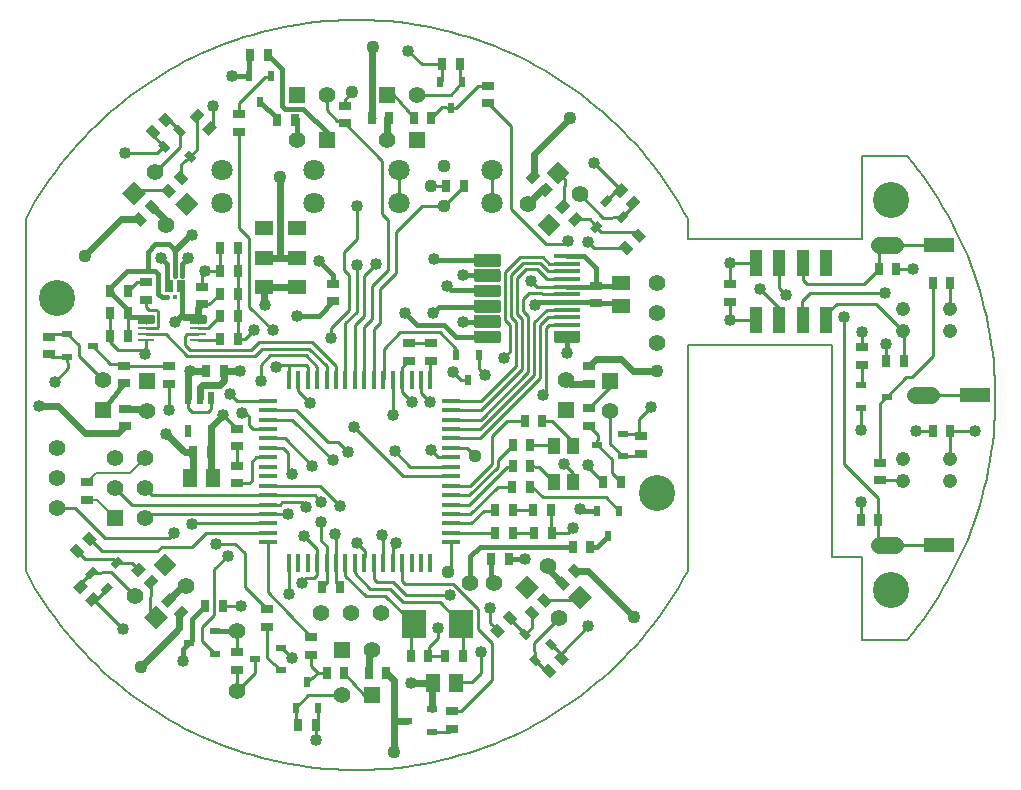
<source format=gtl>
G75*
%MOIN*%
%OFA0B0*%
%FSLAX24Y24*%
%IPPOS*%
%LPD*%
%AMOC8*
5,1,8,0,0,1.08239X$1,22.5*
%
%ADD10C,0.0080*%
%ADD11R,0.0315X0.0394*%
%ADD12R,0.0394X0.0315*%
%ADD13R,0.0555X0.0555*%
%ADD14C,0.0555*%
%ADD15C,0.0440*%
%ADD16R,0.0555X0.0555*%
%ADD17R,0.0453X0.0591*%
%ADD18R,0.0787X0.0945*%
%ADD19C,0.0712*%
%ADD20C,0.1200*%
%ADD21R,0.0236X0.0350*%
%ADD22R,0.0350X0.0236*%
%ADD23R,0.0551X0.0110*%
%ADD24R,0.0165X0.0165*%
%ADD25R,0.0307X0.0394*%
%ADD26R,0.0866X0.0157*%
%ADD27R,0.0433X0.0551*%
%ADD28R,0.0591X0.0160*%
%ADD29R,0.0160X0.0591*%
%ADD30R,0.0394X0.0866*%
%ADD31C,0.0476*%
%ADD32R,0.0236X0.0433*%
%ADD33R,0.0591X0.0453*%
%ADD34C,0.0555*%
%ADD35R,0.1000X0.0500*%
%ADD36R,0.0630X0.0472*%
%ADD37C,0.0160*%
%ADD38C,0.0100*%
%ADD39C,0.0400*%
%ADD40C,0.0240*%
%ADD41C,0.0436*%
D10*
X005768Y008412D02*
X005768Y020148D01*
X009755Y012180D02*
X009255Y011680D01*
X008109Y011680D01*
X007805Y011375D01*
X007805Y010785D02*
X008150Y010785D01*
X008755Y010180D01*
X005768Y008412D02*
X005914Y008145D01*
X006066Y007882D01*
X006225Y007623D01*
X006390Y007368D01*
X006561Y007116D01*
X006739Y006869D01*
X006922Y006627D01*
X007111Y006389D01*
X007305Y006155D01*
X007506Y005927D01*
X007712Y005703D01*
X007923Y005485D01*
X008139Y005271D01*
X008361Y005063D01*
X008588Y004861D01*
X008819Y004664D01*
X009055Y004472D01*
X009296Y004287D01*
X009541Y004107D01*
X009791Y003934D01*
X010044Y003766D01*
X010302Y003605D01*
X010563Y003450D01*
X010829Y003301D01*
X011097Y003159D01*
X011369Y003024D01*
X011645Y002895D01*
X011923Y002773D01*
X012204Y002657D01*
X012488Y002549D01*
X012775Y002448D01*
X013064Y002353D01*
X013355Y002266D01*
X013648Y002185D01*
X013943Y002112D01*
X014240Y002046D01*
X014538Y001987D01*
X014837Y001936D01*
X015138Y001892D01*
X015440Y001855D01*
X015742Y001825D01*
X016046Y001803D01*
X016349Y001788D01*
X016653Y001781D01*
X016957Y001781D01*
X017261Y001788D01*
X017564Y001803D01*
X017868Y001825D01*
X018170Y001855D01*
X018472Y001892D01*
X018773Y001936D01*
X019072Y001987D01*
X019370Y002046D01*
X019667Y002112D01*
X019962Y002185D01*
X020255Y002266D01*
X020546Y002353D01*
X020835Y002448D01*
X021122Y002549D01*
X021406Y002657D01*
X021687Y002773D01*
X021965Y002895D01*
X022241Y003024D01*
X022513Y003159D01*
X022781Y003301D01*
X023047Y003450D01*
X023308Y003605D01*
X023566Y003766D01*
X023819Y003934D01*
X024069Y004107D01*
X024314Y004287D01*
X024555Y004472D01*
X024791Y004664D01*
X025022Y004861D01*
X025249Y005063D01*
X025471Y005271D01*
X025687Y005485D01*
X025898Y005703D01*
X026104Y005927D01*
X026305Y006155D01*
X026499Y006389D01*
X026688Y006627D01*
X026871Y006869D01*
X027049Y007116D01*
X027220Y007368D01*
X027385Y007623D01*
X027544Y007882D01*
X027696Y008145D01*
X027842Y008412D01*
X027841Y008412D02*
X027841Y015953D01*
X032651Y015953D01*
X032651Y008867D01*
X033635Y008867D01*
X033635Y006111D01*
X035144Y006111D01*
X035143Y006111D02*
X035336Y006345D01*
X035523Y006583D01*
X035704Y006825D01*
X035879Y007072D01*
X036048Y007323D01*
X036211Y007578D01*
X036367Y007836D01*
X036518Y008099D01*
X036662Y008365D01*
X036799Y008634D01*
X036930Y008907D01*
X037055Y009183D01*
X037172Y009461D01*
X037283Y009743D01*
X037387Y010027D01*
X037484Y010314D01*
X037574Y010602D01*
X037658Y010893D01*
X037734Y011186D01*
X037803Y011481D01*
X037864Y011777D01*
X037919Y012074D01*
X037966Y012373D01*
X038007Y012673D01*
X038039Y012974D01*
X038065Y013275D01*
X038083Y013577D01*
X038094Y013879D01*
X038098Y014182D01*
X038094Y014485D01*
X038083Y014787D01*
X038065Y015089D01*
X038039Y015390D01*
X038007Y015691D01*
X037966Y015991D01*
X037919Y016290D01*
X037864Y016587D01*
X037803Y016883D01*
X037734Y017178D01*
X037658Y017471D01*
X037574Y017762D01*
X037484Y018050D01*
X037387Y018337D01*
X037283Y018621D01*
X037172Y018903D01*
X037055Y019181D01*
X036930Y019457D01*
X036799Y019730D01*
X036662Y019999D01*
X036518Y020265D01*
X036367Y020528D01*
X036211Y020786D01*
X036048Y021041D01*
X035879Y021292D01*
X035704Y021539D01*
X035523Y021781D01*
X035336Y022019D01*
X035143Y022253D01*
X035144Y022252D02*
X033635Y022252D01*
X033635Y019497D01*
X027841Y019497D01*
X027841Y020148D01*
X027842Y020148D02*
X027696Y020415D01*
X027544Y020678D01*
X027385Y020937D01*
X027220Y021192D01*
X027049Y021444D01*
X026871Y021691D01*
X026688Y021933D01*
X026499Y022171D01*
X026305Y022405D01*
X026104Y022633D01*
X025898Y022857D01*
X025687Y023075D01*
X025471Y023289D01*
X025249Y023497D01*
X025022Y023699D01*
X024791Y023896D01*
X024555Y024088D01*
X024314Y024273D01*
X024069Y024453D01*
X023819Y024626D01*
X023566Y024794D01*
X023308Y024955D01*
X023047Y025110D01*
X022781Y025259D01*
X022513Y025401D01*
X022241Y025536D01*
X021965Y025665D01*
X021687Y025787D01*
X021406Y025903D01*
X021122Y026011D01*
X020835Y026112D01*
X020546Y026207D01*
X020255Y026294D01*
X019962Y026375D01*
X019667Y026448D01*
X019370Y026514D01*
X019072Y026573D01*
X018773Y026624D01*
X018472Y026668D01*
X018170Y026705D01*
X017868Y026735D01*
X017564Y026757D01*
X017261Y026772D01*
X016957Y026779D01*
X016653Y026779D01*
X016349Y026772D01*
X016046Y026757D01*
X015742Y026735D01*
X015440Y026705D01*
X015138Y026668D01*
X014837Y026624D01*
X014538Y026573D01*
X014240Y026514D01*
X013943Y026448D01*
X013648Y026375D01*
X013355Y026294D01*
X013064Y026207D01*
X012775Y026112D01*
X012488Y026011D01*
X012204Y025903D01*
X011923Y025787D01*
X011645Y025665D01*
X011369Y025536D01*
X011097Y025401D01*
X010829Y025259D01*
X010563Y025110D01*
X010302Y024955D01*
X010044Y024794D01*
X009791Y024626D01*
X009541Y024453D01*
X009296Y024273D01*
X009055Y024088D01*
X008819Y023896D01*
X008588Y023699D01*
X008361Y023497D01*
X008139Y023289D01*
X007923Y023075D01*
X007712Y022857D01*
X007506Y022633D01*
X007305Y022405D01*
X007111Y022171D01*
X006922Y021933D01*
X006739Y021691D01*
X006561Y021444D01*
X006390Y021192D01*
X006225Y020937D01*
X006066Y020678D01*
X005914Y020415D01*
X005768Y020148D01*
D11*
X008598Y017749D03*
X009188Y017749D03*
X009188Y016999D03*
X008598Y016999D03*
X008598Y016249D03*
X009188Y016249D03*
X011798Y015067D03*
X012388Y015067D03*
X012248Y016149D03*
X012838Y016149D03*
X012838Y016899D03*
X012248Y016899D03*
X012248Y017649D03*
X012838Y017649D03*
X012838Y018399D03*
X012248Y018399D03*
X012248Y019168D03*
X012838Y019168D03*
X014159Y023455D03*
X014750Y023455D03*
X017309Y023530D03*
X017900Y023530D03*
X018709Y023530D03*
X019300Y023530D03*
X019659Y025305D03*
X020250Y025305D03*
X020375Y021255D03*
X019784Y021255D03*
X013850Y025605D03*
X013259Y025605D03*
X022409Y013430D03*
X023000Y013430D03*
X022600Y012630D03*
X022009Y012630D03*
X022009Y011930D03*
X022600Y011930D03*
X022575Y011230D03*
X021984Y011230D03*
X022004Y010436D03*
X022695Y010442D03*
X023286Y010442D03*
X023311Y009693D03*
X022720Y009693D03*
X022004Y009687D03*
X021414Y009687D03*
X021414Y010436D03*
X021284Y008830D03*
X021875Y008830D03*
X024009Y009230D03*
X024600Y009230D03*
X025011Y011393D03*
X025602Y011393D03*
X020350Y005580D03*
X019759Y005580D03*
X019200Y005580D03*
X018609Y005580D03*
X017800Y005030D03*
X017209Y005030D03*
X016400Y005030D03*
X015809Y005030D03*
X015450Y003280D03*
X014859Y003280D03*
X012351Y007232D03*
X011760Y007232D03*
X015659Y007880D03*
X016250Y007880D03*
X011940Y012365D03*
X011350Y012365D03*
X033609Y010130D03*
X034200Y010130D03*
X036009Y013080D03*
X036600Y013080D03*
X035050Y015430D03*
X034459Y015430D03*
X036009Y018030D03*
X036600Y018030D03*
X034800Y018480D03*
X034209Y018480D03*
D12*
X033655Y015875D03*
X033655Y015285D03*
X034255Y012025D03*
X034255Y011435D03*
X026297Y012323D03*
X026297Y012913D03*
X024543Y013260D03*
X024543Y013850D03*
X024550Y014649D03*
X024550Y015240D03*
X024780Y017335D03*
X024780Y017925D03*
G36*
X025820Y018934D02*
X025542Y019212D01*
X025764Y019434D01*
X026042Y019156D01*
X025820Y018934D01*
G37*
G36*
X026237Y019352D02*
X025959Y019630D01*
X026181Y019852D01*
X026459Y019574D01*
X026237Y019352D01*
G37*
G36*
X026278Y020710D02*
X026000Y020432D01*
X025778Y020654D01*
X026056Y020932D01*
X026278Y020710D01*
G37*
G36*
X025860Y021128D02*
X025582Y020850D01*
X025360Y021072D01*
X025638Y021350D01*
X025860Y021128D01*
G37*
G36*
X023842Y020114D02*
X024120Y020392D01*
X024342Y020170D01*
X024064Y019892D01*
X023842Y020114D01*
G37*
G36*
X023425Y020531D02*
X023703Y020809D01*
X023925Y020587D01*
X023647Y020309D01*
X023425Y020531D01*
G37*
G36*
X023352Y021160D02*
X023074Y020882D01*
X022852Y021104D01*
X023130Y021382D01*
X023352Y021160D01*
G37*
G36*
X022935Y021577D02*
X022657Y021299D01*
X022435Y021521D01*
X022713Y021799D01*
X022935Y021577D01*
G37*
X021191Y023999D03*
X021191Y024590D03*
X016405Y023925D03*
X016405Y023335D03*
X012880Y023060D03*
X012880Y023650D03*
G36*
X012150Y023201D02*
X011872Y022923D01*
X011650Y023145D01*
X011928Y023423D01*
X012150Y023201D01*
G37*
G36*
X011733Y023618D02*
X011455Y023340D01*
X011233Y023562D01*
X011511Y023840D01*
X011733Y023618D01*
G37*
G36*
X010409Y023717D02*
X010687Y023439D01*
X010465Y023217D01*
X010187Y023495D01*
X010409Y023717D01*
G37*
G36*
X009991Y023299D02*
X010269Y023021D01*
X010047Y022799D01*
X009769Y023077D01*
X009991Y023299D01*
G37*
G36*
X010983Y021270D02*
X010705Y021548D01*
X010927Y021770D01*
X011205Y021492D01*
X010983Y021270D01*
G37*
G36*
X010565Y020852D02*
X010287Y021130D01*
X010509Y021352D01*
X010787Y021074D01*
X010565Y020852D01*
G37*
G36*
X009954Y020806D02*
X010232Y020528D01*
X010010Y020306D01*
X009732Y020584D01*
X009954Y020806D01*
G37*
G36*
X009537Y020388D02*
X009815Y020110D01*
X009593Y019888D01*
X009315Y020166D01*
X009537Y020388D01*
G37*
X009793Y018044D03*
X009793Y017453D03*
X011643Y017303D03*
X011643Y017894D03*
X010566Y015246D03*
X010566Y014655D03*
X009050Y014666D03*
X009050Y015256D03*
X009069Y013824D03*
X009069Y013233D03*
X007805Y011375D03*
X007805Y010785D03*
G36*
X007871Y009751D02*
X008149Y009473D01*
X007927Y009251D01*
X007649Y009529D01*
X007871Y009751D01*
G37*
G36*
X007454Y009333D02*
X007732Y009055D01*
X007510Y008833D01*
X007232Y009111D01*
X007454Y009333D01*
G37*
G36*
X007348Y007870D02*
X007626Y008148D01*
X007848Y007926D01*
X007570Y007648D01*
X007348Y007870D01*
G37*
G36*
X007766Y007452D02*
X008044Y007730D01*
X008266Y007508D01*
X007988Y007230D01*
X007766Y007452D01*
G37*
G36*
X009782Y008495D02*
X009504Y008217D01*
X009282Y008439D01*
X009560Y008717D01*
X009782Y008495D01*
G37*
G36*
X010199Y008077D02*
X009921Y007799D01*
X009699Y008021D01*
X009977Y008299D01*
X010199Y008077D01*
G37*
G36*
X010282Y007413D02*
X010560Y007691D01*
X010782Y007469D01*
X010504Y007191D01*
X010282Y007413D01*
G37*
G36*
X010699Y006995D02*
X010977Y007273D01*
X011199Y007051D01*
X010921Y006773D01*
X010699Y006995D01*
G37*
X012805Y005700D03*
X012805Y005110D03*
X013805Y006560D03*
X013805Y007150D03*
X015293Y006217D03*
X015293Y005627D03*
X019980Y003750D03*
X019980Y003160D03*
G36*
X023252Y004838D02*
X022974Y005116D01*
X023196Y005338D01*
X023474Y005060D01*
X023252Y004838D01*
G37*
G36*
X023670Y005256D02*
X023392Y005534D01*
X023614Y005756D01*
X023892Y005478D01*
X023670Y005256D01*
G37*
G36*
X022624Y007270D02*
X022902Y006992D01*
X022680Y006770D01*
X022402Y007048D01*
X022624Y007270D01*
G37*
G36*
X023041Y007688D02*
X023319Y007410D01*
X023097Y007188D01*
X022819Y007466D01*
X023041Y007688D01*
G37*
G36*
X023684Y007757D02*
X023406Y008035D01*
X023628Y008257D01*
X023906Y007979D01*
X023684Y007757D01*
G37*
G36*
X024101Y008174D02*
X023823Y008452D01*
X024045Y008674D01*
X024323Y008396D01*
X024101Y008174D01*
G37*
G36*
X021949Y006602D02*
X021671Y006880D01*
X021893Y007102D01*
X022171Y006824D01*
X021949Y006602D01*
G37*
G36*
X021531Y006184D02*
X021253Y006462D01*
X021475Y006684D01*
X021753Y006406D01*
X021531Y006184D01*
G37*
X012810Y011339D03*
X012810Y011930D03*
X012810Y012564D03*
X012810Y013155D03*
X016024Y017398D03*
X016024Y017988D03*
X018542Y016015D03*
X018542Y015424D03*
X019299Y015414D03*
X019299Y016005D03*
X029255Y017385D03*
X029255Y017975D03*
X006550Y016225D03*
X006550Y015635D03*
D13*
X008352Y013770D03*
X009801Y014740D03*
X008755Y010180D03*
X016305Y005780D03*
X017305Y004280D03*
X023792Y013776D03*
X025241Y014747D03*
X018805Y022780D03*
X017805Y024280D03*
X015805Y022780D03*
X014805Y024280D03*
D14*
X015805Y024280D03*
X014805Y022780D03*
X017805Y022780D03*
X018805Y024280D03*
X022512Y020662D03*
X024237Y020987D03*
X026805Y018030D03*
X026805Y017030D03*
X026805Y016030D03*
X025241Y013747D03*
X023792Y014776D03*
X023190Y008594D03*
X021373Y008011D03*
X020586Y008011D03*
X017605Y007030D03*
X016605Y007030D03*
X015605Y007030D03*
X017305Y005780D03*
X016305Y004280D03*
X012805Y004405D03*
X012805Y006405D03*
X011115Y007919D03*
X009404Y007581D03*
X009755Y010180D03*
X009755Y011180D03*
X008755Y011180D03*
X008755Y012180D03*
X009755Y012180D03*
X009801Y013740D03*
X008352Y014770D03*
X006805Y012530D03*
X006805Y011530D03*
X006805Y010530D03*
X010435Y019938D03*
X010086Y021710D03*
X023551Y006834D03*
D15*
X019840Y008392D03*
X020765Y012248D03*
X019730Y020588D03*
X019730Y021925D03*
D16*
G36*
X023219Y020346D02*
X023610Y019955D01*
X023219Y019564D01*
X022828Y019955D01*
X023219Y020346D01*
G37*
G36*
X023530Y021303D02*
X023139Y021694D01*
X023530Y022085D01*
X023921Y021694D01*
X023530Y021303D01*
G37*
G36*
X010751Y020645D02*
X011142Y021036D01*
X011533Y020645D01*
X011142Y020254D01*
X010751Y020645D01*
G37*
G36*
X009770Y021003D02*
X009379Y020612D01*
X008988Y021003D01*
X009379Y021394D01*
X009770Y021003D01*
G37*
G36*
X010408Y008235D02*
X010017Y008626D01*
X010408Y009017D01*
X010799Y008626D01*
X010408Y008235D01*
G37*
G36*
X010112Y007265D02*
X010503Y006874D01*
X010112Y006483D01*
X009721Y006874D01*
X010112Y007265D01*
G37*
G36*
X022874Y007887D02*
X022483Y007496D01*
X022092Y007887D01*
X022483Y008278D01*
X022874Y007887D01*
G37*
G36*
X023867Y007541D02*
X024258Y007932D01*
X024649Y007541D01*
X024258Y007150D01*
X023867Y007541D01*
G37*
D17*
X020123Y004680D03*
X019336Y004680D03*
X012023Y011505D03*
X011236Y011505D03*
D18*
X018717Y006655D03*
X020292Y006655D03*
D19*
X021305Y020680D03*
X021305Y021780D03*
X018221Y021780D03*
X018221Y020680D03*
X015388Y020680D03*
X015388Y021780D03*
X012305Y021780D03*
X012305Y020680D03*
D20*
X006805Y017530D03*
X026805Y011030D03*
X034620Y007784D03*
X034620Y020776D03*
D21*
X025554Y010430D03*
X024806Y010430D03*
X025180Y009580D03*
X020505Y014780D03*
X020879Y015630D03*
X020131Y015630D03*
X019955Y023855D03*
X020329Y024705D03*
X019581Y024705D03*
X013954Y024905D03*
X013206Y024905D03*
X013580Y024055D03*
X015155Y004705D03*
X015529Y003855D03*
X014781Y003855D03*
D22*
X014280Y005106D03*
X014280Y005854D03*
X013430Y005480D03*
X012080Y005656D03*
X012080Y006404D03*
X011230Y006030D03*
G36*
X008283Y007790D02*
X008530Y008037D01*
X008697Y007870D01*
X008450Y007623D01*
X008283Y007790D01*
G37*
G36*
X007754Y008319D02*
X008001Y008566D01*
X008168Y008399D01*
X007921Y008152D01*
X007754Y008319D01*
G37*
G36*
X008619Y008655D02*
X008866Y008902D01*
X009033Y008735D01*
X008786Y008488D01*
X008619Y008655D01*
G37*
X007159Y015550D03*
X008009Y015924D03*
X007159Y016298D03*
G36*
X011202Y022435D02*
X011449Y022188D01*
X011282Y022021D01*
X011035Y022268D01*
X011202Y022435D01*
G37*
G36*
X010865Y023300D02*
X011112Y023053D01*
X010945Y022886D01*
X010698Y023133D01*
X010865Y023300D01*
G37*
G36*
X010336Y022771D02*
X010583Y022524D01*
X010416Y022357D01*
X010169Y022604D01*
X010336Y022771D01*
G37*
G36*
X025003Y019916D02*
X024756Y019669D01*
X024589Y019836D01*
X024836Y020083D01*
X025003Y019916D01*
G37*
G36*
X025869Y020253D02*
X025622Y020006D01*
X025455Y020173D01*
X025702Y020420D01*
X025869Y020253D01*
G37*
G36*
X025340Y020781D02*
X025093Y020534D01*
X024926Y020701D01*
X025173Y020948D01*
X025340Y020781D01*
G37*
X033630Y014604D03*
X033630Y013856D03*
X034480Y014230D03*
X025674Y012993D03*
X024824Y012619D03*
X025674Y012245D03*
G36*
X022455Y006101D02*
X022208Y006348D01*
X022375Y006515D01*
X022622Y006268D01*
X022455Y006101D01*
G37*
G36*
X022792Y005235D02*
X022545Y005482D01*
X022712Y005649D01*
X022959Y005402D01*
X022792Y005235D01*
G37*
G36*
X023321Y005764D02*
X023074Y006011D01*
X023241Y006178D01*
X023488Y005931D01*
X023321Y005764D01*
G37*
X019330Y003804D03*
X019330Y003056D03*
X018480Y003430D03*
D23*
X011509Y016105D03*
X011509Y016302D03*
X011509Y016499D03*
X011509Y016695D03*
X011509Y016892D03*
X009777Y016892D03*
X009777Y016695D03*
X009777Y016499D03*
X009777Y016302D03*
X009777Y016105D03*
D24*
X010487Y017538D03*
X010743Y017538D03*
X010999Y017538D03*
X010999Y018259D03*
X010743Y018259D03*
X010487Y018259D03*
D25*
X010546Y017899D03*
X010940Y017899D03*
D26*
X021150Y017889D03*
X021150Y018145D03*
X021150Y018401D03*
X021150Y018657D03*
X021150Y018912D03*
X021150Y017633D03*
X021150Y017377D03*
X021150Y017121D03*
X021150Y016865D03*
X021150Y016609D03*
X021150Y016353D03*
X021150Y016098D03*
X023810Y016098D03*
X023810Y016353D03*
X023810Y016609D03*
X023810Y016865D03*
X023810Y017121D03*
X023810Y017377D03*
X023810Y017633D03*
X023810Y017889D03*
X023810Y018145D03*
X023810Y018401D03*
X023810Y018657D03*
X023810Y018912D03*
D27*
X024020Y012571D03*
X023390Y012571D03*
X023390Y011389D03*
X024020Y011389D03*
D28*
X019956Y011258D03*
X019956Y011573D03*
X019956Y011887D03*
X019956Y012202D03*
X019956Y012517D03*
X019956Y012832D03*
X019956Y013147D03*
X019956Y013462D03*
X019956Y013777D03*
X019956Y014092D03*
X019956Y010943D03*
X019956Y010628D03*
X019956Y010313D03*
X019956Y009998D03*
X019956Y009683D03*
X019956Y009368D03*
X013853Y009368D03*
X013853Y009683D03*
X013853Y009998D03*
X013853Y010313D03*
X013853Y010628D03*
X013853Y010943D03*
X013853Y011258D03*
X013853Y011573D03*
X013853Y011887D03*
X013853Y012202D03*
X013853Y012517D03*
X013853Y012832D03*
X013853Y013147D03*
X013853Y013462D03*
X013853Y013777D03*
X013853Y014092D03*
D29*
X014542Y014781D03*
X014857Y014781D03*
X015172Y014781D03*
X015487Y014781D03*
X015802Y014781D03*
X016117Y014781D03*
X016432Y014781D03*
X016747Y014781D03*
X017062Y014781D03*
X017377Y014781D03*
X017692Y014781D03*
X018007Y014781D03*
X018322Y014781D03*
X018637Y014781D03*
X018952Y014781D03*
X019267Y014781D03*
X019267Y008679D03*
X018952Y008679D03*
X018637Y008679D03*
X018322Y008679D03*
X018007Y008679D03*
X017692Y008679D03*
X017377Y008679D03*
X017062Y008679D03*
X016747Y008679D03*
X016432Y008679D03*
X016117Y008679D03*
X015802Y008679D03*
X015487Y008679D03*
X015172Y008679D03*
X014857Y008679D03*
X014542Y008679D03*
D30*
X030102Y016783D03*
X030889Y016783D03*
X031676Y016783D03*
X032464Y016783D03*
X032464Y018673D03*
X031676Y018673D03*
X030889Y018673D03*
X030102Y018673D03*
D31*
X035017Y017134D03*
X035017Y016426D03*
X036592Y016426D03*
X036592Y017134D03*
X036592Y012134D03*
X036592Y011426D03*
X035017Y011426D03*
X035017Y012134D03*
D32*
X011945Y013095D03*
X011197Y013095D03*
X011197Y014197D03*
X011571Y014197D03*
X011945Y014197D03*
D33*
X025630Y017236D03*
X025630Y018024D03*
D34*
X034205Y019280D02*
X034760Y019280D01*
X035405Y014280D02*
X035960Y014280D01*
X034760Y009280D02*
X034205Y009280D01*
D35*
X036205Y009280D03*
X037405Y014280D03*
X036205Y019280D03*
D36*
X014806Y018855D03*
X014806Y017871D03*
X013703Y017871D03*
X013703Y018855D03*
X013703Y019839D03*
X014806Y019839D03*
D37*
X015555Y018755D02*
X016024Y018286D01*
X016024Y017988D01*
X016024Y017398D02*
X015556Y016930D01*
X014830Y016930D01*
X018405Y017030D02*
X018805Y016630D01*
X019705Y016630D01*
X020105Y016230D01*
X020805Y016230D01*
X020928Y016353D01*
X021150Y016353D01*
X021014Y016730D02*
X020355Y016730D01*
X020755Y017230D02*
X019555Y017230D01*
X019355Y017030D01*
X019955Y017780D02*
X020855Y017780D01*
X020963Y017889D01*
X021150Y017889D01*
X021150Y018145D02*
X021014Y018280D01*
X020355Y018280D01*
X019955Y017780D02*
X019805Y017930D01*
X020755Y017230D02*
X020863Y017121D01*
X021150Y017121D01*
X021150Y016865D02*
X021014Y016730D01*
X022755Y017280D02*
X022852Y017377D01*
X023810Y017377D01*
X024737Y017377D01*
X024780Y017335D01*
X025531Y017335D01*
X025630Y017236D01*
X025531Y017925D02*
X024780Y017925D01*
X024780Y018505D01*
X024372Y018912D01*
X023810Y018912D01*
X023810Y017889D02*
X024743Y017889D01*
X024780Y017925D01*
X025531Y017925D02*
X025630Y018024D01*
X023810Y016353D02*
X023805Y016349D01*
X023805Y015680D01*
X020905Y018780D02*
X021037Y018912D01*
X021150Y018912D01*
X020905Y018780D02*
X019430Y018780D01*
X019380Y018830D01*
X015805Y022780D02*
X015805Y023055D01*
X015030Y023830D01*
X014405Y023830D01*
X014305Y023930D01*
X014305Y025150D01*
X013850Y025605D01*
X013259Y025605D02*
X013206Y025376D01*
X013206Y024905D01*
X013181Y024930D02*
X012655Y024930D01*
X013580Y024055D02*
X014159Y023507D01*
X014750Y023455D02*
X014805Y023477D01*
X014805Y022780D01*
X010743Y019099D02*
X010543Y019299D01*
X010093Y019299D01*
X009843Y019049D01*
X009843Y018399D01*
X010093Y018399D01*
X010193Y018299D01*
X010193Y017649D01*
X010303Y017538D01*
X010487Y017538D01*
X010999Y017538D02*
X010999Y017839D01*
X010940Y017899D01*
X010999Y018259D02*
X010999Y018657D01*
X011192Y018850D01*
X010743Y019099D02*
X010743Y018259D01*
X010487Y018259D02*
X010487Y018654D01*
X010293Y018849D01*
X009843Y018399D02*
X009143Y018399D01*
X008596Y017852D01*
X008598Y017749D01*
X008643Y017695D02*
X008643Y017649D01*
X009090Y017202D01*
X009188Y016999D01*
X009196Y016892D01*
X009777Y016892D01*
X010999Y016954D02*
X010999Y017538D01*
X010487Y018008D02*
X010487Y018259D01*
X009050Y014666D02*
X008352Y013770D01*
X011760Y007232D02*
X011330Y006801D01*
X011330Y006130D01*
X011230Y006030D01*
X011005Y005805D01*
X011005Y005430D01*
X012080Y006404D02*
X012804Y006404D01*
X012805Y006405D01*
X020586Y008011D02*
X020586Y008911D01*
X020905Y009230D01*
X024009Y009230D01*
X024600Y009230D02*
X024830Y009230D01*
X025180Y009580D01*
X024806Y010430D02*
X024305Y010430D01*
X024255Y010480D01*
X022405Y008830D02*
X021875Y008830D01*
X021284Y008830D02*
X021284Y008100D01*
X021373Y008011D01*
D38*
X009030Y006480D02*
X008029Y007480D01*
X008016Y007480D01*
X008029Y007480D02*
X008140Y007480D01*
X008490Y007830D01*
X008604Y008381D02*
X007961Y008359D01*
X007598Y007996D01*
X007598Y007898D01*
X007735Y008830D02*
X008692Y008830D01*
X008826Y008695D01*
X009325Y008673D01*
X009532Y008467D01*
X009949Y008049D02*
X009906Y007060D01*
X010112Y006874D01*
X010879Y006907D02*
X010949Y007023D01*
X011655Y006555D02*
X012055Y006955D01*
X012055Y008480D01*
X012505Y008930D01*
X012755Y009330D02*
X012105Y009330D01*
X011782Y009683D02*
X011330Y009230D01*
X010305Y009230D01*
X010155Y009080D01*
X008320Y009080D01*
X007899Y009501D01*
X008405Y009530D02*
X010555Y009530D01*
X010705Y009680D01*
X011330Y009980D02*
X011397Y009998D01*
X013853Y009998D01*
X013853Y009683D02*
X011782Y009683D01*
X012755Y009330D02*
X013080Y009005D01*
X013080Y007875D01*
X013805Y007150D01*
X013853Y007707D02*
X013853Y009368D01*
X014542Y008679D02*
X014542Y007692D01*
X014555Y007655D01*
X014980Y008030D02*
X015130Y008180D01*
X015380Y008180D01*
X015487Y008288D01*
X015487Y008679D01*
X015487Y009147D01*
X015055Y009580D01*
X015605Y009430D02*
X015802Y009232D01*
X015802Y008679D01*
X015802Y008023D01*
X015659Y007880D01*
X016117Y008013D02*
X016250Y007880D01*
X016117Y008013D02*
X016117Y008679D01*
X016117Y009592D01*
X016080Y009655D01*
X015605Y009430D02*
X015605Y010055D01*
X015130Y010555D02*
X014980Y010705D01*
X014330Y010705D01*
X014252Y010628D01*
X013853Y010628D01*
X009307Y010628D01*
X008755Y011180D01*
X009755Y011180D02*
X009992Y010943D01*
X013853Y010943D01*
X015417Y010943D01*
X015630Y010730D01*
X015577Y011258D02*
X016255Y010580D01*
X015577Y011258D02*
X013853Y011258D01*
X013305Y011430D02*
X013214Y011339D01*
X012810Y011339D01*
X013305Y011430D02*
X013305Y012055D01*
X013452Y012202D01*
X013853Y012202D01*
X013853Y012517D02*
X014367Y012517D01*
X014530Y012355D01*
X014530Y011780D01*
X014655Y011655D01*
X015305Y011930D02*
X014402Y012832D01*
X013853Y012832D01*
X013853Y013147D02*
X013347Y013147D01*
X013230Y013265D01*
X013230Y013555D01*
X013105Y013680D01*
X012980Y013680D01*
X012817Y014092D02*
X012580Y014330D01*
X012817Y014092D02*
X013853Y014092D01*
X013853Y013777D02*
X014782Y013777D01*
X015855Y012705D01*
X016180Y012705D01*
X016505Y012380D01*
X016005Y012105D02*
X014647Y013462D01*
X013853Y013462D01*
X012810Y013155D02*
X012355Y013610D01*
X012355Y013630D01*
X011955Y013830D02*
X011955Y014187D01*
X011945Y014197D01*
X011197Y014197D02*
X011197Y013838D01*
X011305Y013730D01*
X011855Y013730D01*
X011955Y013830D01*
X010566Y013792D02*
X010566Y014655D01*
X010566Y015246D02*
X009149Y015246D01*
X009073Y015321D01*
X008573Y015328D01*
X008009Y015924D01*
X007555Y015934D02*
X007159Y016298D01*
X006623Y016298D01*
X006550Y016225D01*
X006550Y015635D02*
X006635Y015550D01*
X007159Y015550D01*
X007191Y015166D01*
X006755Y014730D01*
X007555Y015567D02*
X007555Y015934D01*
X007555Y015567D02*
X008352Y014770D01*
X009054Y015251D02*
X009050Y015256D01*
X009054Y015251D02*
X009073Y015321D01*
X008862Y015780D02*
X009612Y015780D01*
X009743Y015649D01*
X009777Y015682D01*
X009777Y016105D01*
X009777Y016302D02*
X010440Y016302D01*
X011162Y015580D01*
X013405Y015580D01*
X013655Y015830D01*
X015205Y015830D01*
X015802Y015232D01*
X015802Y014781D01*
X015487Y014781D02*
X015487Y015222D01*
X015105Y015605D01*
X013930Y015605D01*
X013605Y015280D01*
X013605Y014755D01*
X014130Y015205D02*
X014205Y015280D01*
X014530Y015280D01*
X014542Y015267D01*
X014542Y014781D01*
X014857Y014781D02*
X014857Y014427D01*
X015255Y014030D01*
X015172Y014781D02*
X015172Y015212D01*
X015105Y015280D01*
X014530Y015280D01*
X015305Y016055D02*
X013555Y016055D01*
X013280Y015780D01*
X011262Y015780D01*
X011093Y015949D01*
X011093Y016249D01*
X011146Y016302D01*
X011509Y016302D01*
X011509Y016499D02*
X011846Y016499D01*
X012248Y016899D01*
X011743Y016924D02*
X011743Y016699D01*
X011268Y016699D01*
X011268Y016924D01*
X011743Y016924D01*
X011743Y016851D02*
X011268Y016851D01*
X011268Y016752D02*
X011743Y016752D01*
X011509Y016695D02*
X011509Y016892D01*
X011643Y017303D02*
X011888Y017299D01*
X012248Y017649D01*
X011743Y017824D02*
X011643Y017894D01*
X011643Y018299D01*
X011743Y018399D01*
X012248Y018399D01*
X012248Y019168D01*
X012838Y019168D02*
X012838Y018399D01*
X012838Y017649D01*
X012838Y016899D01*
X012838Y016149D01*
X013073Y016149D01*
X013380Y016455D01*
X014005Y016455D02*
X013230Y017230D01*
X013230Y019505D01*
X012880Y019855D01*
X012880Y023060D01*
X012880Y023650D02*
X012884Y024010D01*
X013748Y024874D01*
X013954Y024905D01*
X013206Y024905D02*
X013181Y024930D01*
X012030Y023905D02*
X012030Y023302D01*
X011900Y023173D01*
X011483Y023590D02*
X011483Y022469D01*
X011242Y022228D01*
X010955Y021985D01*
X010955Y021520D01*
X010537Y021102D02*
X009478Y021102D01*
X009379Y021003D01*
X010086Y021710D02*
X010927Y022551D01*
X010905Y023093D01*
X010532Y023467D01*
X010437Y023467D01*
X010019Y023049D02*
X010019Y022921D01*
X010376Y022564D01*
X010167Y022355D01*
X009080Y022355D01*
X014159Y023455D02*
X014159Y023507D01*
X015805Y023780D02*
X016155Y023430D01*
X016401Y023430D01*
X016405Y023335D01*
X017655Y022085D01*
X017655Y020305D01*
X017855Y020105D01*
X017855Y018455D01*
X017305Y017905D01*
X017305Y016805D01*
X017062Y016562D01*
X017062Y014781D01*
X016747Y014781D02*
X016747Y016623D01*
X017055Y016930D01*
X017055Y018255D01*
X017455Y018655D01*
X016805Y018630D02*
X016805Y017055D01*
X016432Y016683D01*
X016432Y014781D01*
X016117Y014781D02*
X016117Y015242D01*
X015305Y016055D01*
X015955Y016180D02*
X015955Y016505D01*
X016555Y017105D01*
X016555Y018280D01*
X016380Y018455D01*
X016380Y019055D01*
X016805Y019480D01*
X016805Y020580D01*
X018221Y020680D02*
X018221Y021780D01*
X019280Y021255D02*
X019784Y021255D01*
X020276Y021135D02*
X019730Y020588D01*
X019722Y020580D01*
X018980Y020580D01*
X018130Y019730D01*
X018130Y018355D01*
X017580Y017805D01*
X017580Y016680D01*
X017377Y016477D01*
X017377Y014781D01*
X017692Y014781D02*
X017692Y014792D01*
X017705Y014805D01*
X017705Y015830D01*
X018255Y016380D01*
X019580Y016380D01*
X020131Y015829D01*
X020131Y015630D01*
X020765Y016070D02*
X020765Y016385D01*
X021540Y016382D01*
X021540Y016070D01*
X020765Y016070D01*
X020765Y016161D02*
X021540Y016161D01*
X021540Y016260D02*
X020765Y016260D01*
X020765Y016358D02*
X021540Y016358D01*
X021540Y016580D02*
X021540Y016892D01*
X020765Y016895D01*
X020765Y016580D01*
X021540Y016580D01*
X021540Y016654D02*
X020765Y016654D01*
X020765Y016752D02*
X021540Y016752D01*
X021540Y016851D02*
X020765Y016851D01*
X020765Y017090D02*
X020765Y017405D01*
X021540Y017402D01*
X021540Y017090D01*
X020765Y017090D01*
X020765Y017146D02*
X021540Y017146D01*
X021540Y017245D02*
X020765Y017245D01*
X020765Y017343D02*
X021540Y017343D01*
X021540Y017605D02*
X021540Y017917D01*
X020765Y017920D01*
X020765Y017605D01*
X021540Y017605D01*
X021540Y017639D02*
X020765Y017639D01*
X020765Y017737D02*
X021540Y017737D01*
X021540Y017836D02*
X020765Y017836D01*
X020765Y018115D02*
X020765Y018430D01*
X021540Y018427D01*
X020765Y018427D01*
X020765Y018328D02*
X021540Y018328D01*
X021540Y018230D02*
X020765Y018230D01*
X020765Y018131D02*
X021540Y018131D01*
X021540Y018115D02*
X021540Y018427D01*
X021540Y018630D02*
X021540Y018942D01*
X020765Y018945D01*
X020765Y018630D01*
X021540Y018630D01*
X021540Y018722D02*
X020765Y018722D01*
X020765Y018821D02*
X021540Y018821D01*
X021540Y018919D02*
X020765Y018919D01*
X020765Y018115D02*
X021540Y018115D01*
X021755Y018380D02*
X022255Y018880D01*
X023005Y018880D01*
X023228Y018657D01*
X023810Y018657D01*
X023810Y018401D02*
X023184Y018401D01*
X022905Y018680D01*
X022355Y018680D01*
X021955Y018280D01*
X021955Y016880D01*
X022130Y016705D01*
X022130Y015255D01*
X020967Y014092D01*
X019956Y014092D01*
X019956Y013777D02*
X020952Y013777D01*
X022330Y015155D01*
X022330Y016805D01*
X022155Y016980D01*
X022155Y018180D01*
X022455Y018480D01*
X022805Y018480D01*
X023140Y018145D01*
X023810Y018145D01*
X023810Y017889D02*
X022813Y017889D01*
X022605Y018080D01*
X022555Y017680D02*
X022355Y017480D01*
X022355Y017080D01*
X022530Y016905D01*
X022530Y015055D01*
X020937Y013462D01*
X019956Y013462D01*
X019956Y013147D02*
X020922Y013147D01*
X022730Y014955D01*
X022730Y016705D01*
X023146Y017121D01*
X023810Y017121D01*
X023810Y016865D02*
X023190Y016865D01*
X022930Y016605D01*
X022930Y014855D01*
X020907Y012832D01*
X019956Y012832D01*
X019956Y012517D02*
X020495Y012517D01*
X020765Y012248D01*
X021305Y011980D02*
X021305Y012930D01*
X021805Y013430D01*
X022409Y013430D01*
X023000Y013430D02*
X023305Y013430D01*
X024020Y012715D01*
X024020Y012571D01*
X023390Y012571D02*
X023330Y012630D01*
X022600Y012630D01*
X022009Y012630D02*
X021505Y012125D01*
X021505Y011880D01*
X020567Y010943D01*
X019956Y010943D01*
X019956Y011258D02*
X020582Y011258D01*
X021305Y011980D01*
X021805Y011880D02*
X022009Y011930D01*
X021805Y011880D02*
X020552Y010628D01*
X019956Y010628D01*
X019956Y010313D02*
X020587Y010313D01*
X021505Y011230D01*
X021984Y011230D01*
X022575Y011230D02*
X022655Y011230D01*
X023005Y010880D01*
X025104Y010880D01*
X025554Y010430D01*
X025602Y011393D02*
X025305Y011690D01*
X025305Y012139D01*
X024824Y012619D01*
X024856Y012947D01*
X024543Y013260D01*
X024543Y013850D02*
X025246Y014538D01*
X025241Y014747D01*
X025241Y013747D02*
X025241Y012647D01*
X025674Y012245D01*
X026220Y012245D01*
X026297Y012323D01*
X026297Y012913D02*
X026217Y012993D01*
X026217Y013468D01*
X026630Y013880D01*
X026217Y012993D02*
X025674Y012993D01*
X024530Y011955D02*
X024530Y011875D01*
X025011Y011393D01*
X024020Y011389D02*
X024020Y011665D01*
X023705Y011980D01*
X023390Y011389D02*
X022899Y011880D01*
X022600Y011930D01*
X022695Y010442D02*
X022689Y010436D01*
X022004Y010436D01*
X021414Y010436D02*
X021408Y010430D01*
X021055Y010430D01*
X020622Y009998D01*
X019956Y009998D01*
X019956Y009683D02*
X021410Y009683D01*
X021414Y009687D01*
X022004Y009687D02*
X022714Y009687D01*
X022720Y009693D01*
X023286Y009718D02*
X023311Y009693D01*
X023842Y009693D01*
X024005Y009855D01*
X023286Y009718D02*
X023286Y010442D01*
X019956Y009368D02*
X019956Y008508D01*
X019840Y008392D01*
X020030Y007980D02*
X018430Y007980D01*
X018322Y008088D01*
X018322Y008679D01*
X018007Y008679D02*
X018007Y009257D01*
X018105Y009355D01*
X017692Y009568D02*
X017692Y008679D01*
X017377Y008679D02*
X017377Y008158D01*
X017480Y008055D01*
X018005Y008055D01*
X018455Y007605D01*
X019905Y007605D01*
X019930Y007580D01*
X019592Y007380D02*
X020292Y006655D01*
X020350Y006622D01*
X020350Y005580D01*
X019759Y005580D02*
X019200Y005580D01*
X019201Y005877D01*
X019505Y006180D01*
X019505Y006530D01*
X018717Y006655D02*
X017767Y007580D01*
X017105Y007580D01*
X016432Y008252D01*
X016432Y008679D01*
X016747Y008679D02*
X016747Y008337D01*
X017255Y007830D01*
X017905Y007830D01*
X018355Y007380D01*
X019592Y007380D01*
X020030Y007980D02*
X020855Y007155D01*
X020855Y006480D01*
X021305Y006030D01*
X021305Y004780D01*
X020275Y003750D01*
X019980Y003750D01*
X019980Y003160D02*
X019876Y003056D01*
X019330Y003056D01*
X019330Y004674D02*
X019336Y004680D01*
X020105Y004730D02*
X020123Y004711D01*
X020123Y004680D01*
X020105Y004730D02*
X020655Y004730D01*
X020955Y005030D01*
X020955Y005730D01*
X021503Y006434D02*
X021255Y006683D01*
X021255Y007180D01*
X021921Y006852D02*
X021921Y006802D01*
X022415Y006308D01*
X022652Y006500D01*
X022652Y007020D01*
X023069Y007438D02*
X024155Y007438D01*
X024258Y007541D01*
X023551Y006834D02*
X022729Y006013D01*
X022752Y005442D01*
X023106Y005088D01*
X023224Y005088D01*
X023642Y005506D02*
X023642Y005667D01*
X023613Y005639D01*
X023642Y005610D01*
X023613Y005639D02*
X023281Y005971D01*
X023642Y005667D02*
X024530Y006580D01*
X018717Y006655D02*
X018609Y006572D01*
X018609Y005580D01*
X017305Y004280D02*
X017051Y004280D01*
X016400Y005030D01*
X015809Y005030D02*
X015511Y005030D01*
X015293Y005248D01*
X015293Y005627D01*
X014655Y005530D02*
X014331Y005854D01*
X014280Y005854D01*
X013834Y005520D02*
X014280Y005106D01*
X013834Y005520D02*
X013805Y005550D01*
X013805Y006560D01*
X012809Y006405D02*
X012805Y006405D01*
X012809Y006405D02*
X012805Y005700D01*
X013430Y005480D02*
X013430Y005030D01*
X012805Y004405D01*
X012809Y004405D01*
X012805Y005110D01*
X012080Y005656D02*
X011655Y006081D01*
X011655Y006555D01*
X012351Y007232D02*
X012374Y007255D01*
X012955Y007255D01*
X013853Y007707D02*
X015293Y006217D01*
X015511Y005030D02*
X015155Y004705D01*
X015174Y004280D02*
X014781Y003855D01*
X014781Y003359D01*
X014859Y003280D01*
X015450Y003280D02*
X015455Y002780D01*
X015450Y003280D02*
X015529Y003359D01*
X015529Y003855D01*
X015174Y004280D02*
X016305Y004280D01*
X015809Y005030D02*
X015805Y005030D01*
X017062Y008679D02*
X017087Y009073D01*
X016805Y009355D01*
X017655Y009605D02*
X017692Y009568D01*
X018337Y011573D02*
X016705Y013205D01*
X018005Y013630D02*
X018007Y013632D01*
X018007Y014781D01*
X018322Y014781D02*
X018322Y015204D01*
X018542Y015424D01*
X019267Y015382D02*
X019299Y015414D01*
X019267Y015382D02*
X019267Y014781D01*
X018952Y014781D02*
X018952Y014358D01*
X019255Y014055D01*
X018655Y014055D02*
X018322Y014388D01*
X018322Y014781D01*
X018542Y016015D02*
X019289Y016015D01*
X019299Y016005D01*
X020005Y015055D02*
X020280Y014780D01*
X020505Y014780D01*
X020879Y015156D02*
X021080Y014955D01*
X020879Y015156D02*
X020879Y015630D01*
X021705Y015530D02*
X021930Y015755D01*
X021930Y016605D01*
X021755Y016780D01*
X021755Y018380D01*
X022555Y017680D02*
X022955Y017680D01*
X023002Y017633D01*
X023810Y017633D01*
X023810Y016609D02*
X023234Y016609D01*
X023130Y016505D01*
X023130Y014405D01*
X023005Y014280D01*
X023415Y016065D02*
X023415Y016380D01*
X024195Y016382D01*
X024195Y016070D01*
X023415Y016065D01*
X023415Y016161D02*
X024195Y016161D01*
X024195Y016260D02*
X023415Y016260D01*
X023415Y016358D02*
X024195Y016358D01*
X024725Y019184D02*
X024530Y019380D01*
X024725Y019184D02*
X025792Y019184D01*
X026209Y019602D02*
X026081Y019730D01*
X024942Y019730D01*
X024796Y019876D01*
X024575Y020142D01*
X024092Y020142D01*
X023675Y020559D02*
X023744Y021480D01*
X023530Y021694D01*
X024237Y020987D02*
X025034Y020190D01*
X025662Y020213D01*
X026028Y020578D01*
X026028Y020682D01*
X025610Y021100D02*
X025610Y021124D01*
X024730Y022030D01*
X025491Y021100D02*
X025610Y021100D01*
X025491Y021100D02*
X025133Y020741D01*
X023855Y019405D02*
X023755Y019305D01*
X023130Y019305D01*
X021955Y020480D01*
X021955Y023236D01*
X021191Y023999D01*
X021191Y024590D02*
X020865Y024590D01*
X020130Y023855D01*
X019955Y023855D01*
X019656Y023886D01*
X019300Y023530D01*
X018709Y023530D02*
X018058Y024280D01*
X017805Y024280D01*
X017305Y023630D02*
X017405Y023530D01*
X017309Y023530D01*
X016405Y023925D02*
X016405Y024130D01*
X016655Y024380D01*
X015805Y024280D02*
X015805Y023780D01*
X018805Y024280D02*
X019935Y024280D01*
X020329Y024705D01*
X020250Y024752D01*
X020250Y025305D01*
X019659Y025305D02*
X019659Y024752D01*
X019581Y024705D01*
X019659Y025305D02*
X018980Y025305D01*
X018530Y025755D01*
X021305Y021780D02*
X021305Y020680D01*
X020420Y021112D02*
X020375Y021255D01*
X020276Y021135D01*
X022685Y021549D02*
X022724Y021593D01*
X029255Y018680D02*
X029255Y017975D01*
X029255Y017385D02*
X029255Y016780D01*
X029258Y016783D01*
X030102Y016783D01*
X030889Y016783D02*
X030889Y017196D01*
X030255Y017830D01*
X030889Y017846D02*
X031105Y017630D01*
X030889Y017846D02*
X030889Y018673D01*
X030102Y018673D02*
X029262Y018673D01*
X029255Y018680D01*
X031676Y018673D02*
X031676Y018108D01*
X031805Y017980D01*
X033709Y017980D01*
X034209Y018480D01*
X034209Y019275D01*
X034205Y019280D01*
X036205Y019280D01*
X035355Y018480D02*
X034800Y018480D01*
X034405Y017680D02*
X031905Y017680D01*
X031655Y017430D01*
X031655Y016805D01*
X031676Y016783D01*
X032464Y016783D02*
X032464Y016989D01*
X032805Y017330D01*
X034113Y017330D01*
X035017Y016426D01*
X035059Y016384D01*
X035050Y015430D01*
X034459Y015430D02*
X034455Y015435D01*
X034455Y015980D01*
X033655Y015875D02*
X033655Y016380D01*
X033055Y016880D02*
X033055Y011980D01*
X034200Y010835D01*
X034200Y010130D01*
X034200Y009285D01*
X034205Y009280D01*
X036205Y009280D01*
X033609Y010130D02*
X033605Y010135D01*
X033605Y010730D01*
X034255Y011435D02*
X035008Y011435D01*
X035017Y011426D01*
X034255Y012025D02*
X034255Y014005D01*
X034480Y014230D01*
X035130Y014880D01*
X035305Y014880D01*
X036009Y015585D01*
X036009Y018030D01*
X036600Y018030D02*
X036600Y017142D01*
X036592Y017134D01*
X033655Y015285D02*
X033655Y014629D01*
X033630Y014604D01*
X033630Y013856D02*
X033605Y013431D01*
X033605Y013130D01*
X035455Y013080D02*
X036009Y013080D01*
X036600Y013080D02*
X037405Y013080D01*
X036600Y013080D02*
X036600Y012142D01*
X036592Y012134D01*
X037405Y014280D02*
X035405Y014280D01*
X019956Y012202D02*
X019532Y012202D01*
X019280Y012455D01*
X019956Y011887D02*
X018597Y011887D01*
X018080Y012405D01*
X018337Y011573D02*
X019956Y011573D01*
X014530Y010305D02*
X014472Y010313D01*
X013853Y010313D01*
X009887Y010313D01*
X009755Y010180D01*
X008405Y009530D02*
X007405Y010530D01*
X006805Y010530D01*
X007482Y009083D02*
X007735Y008830D01*
X008604Y008381D02*
X009404Y007581D01*
X012810Y011930D02*
X012810Y012564D01*
X010566Y013792D02*
X010555Y013780D01*
X008862Y015780D02*
X008596Y016045D01*
X008598Y016249D01*
X008598Y016999D01*
X009188Y016999D02*
X009188Y016249D01*
X009543Y016699D02*
X009543Y016924D01*
X009814Y016924D01*
X009819Y016919D01*
X010013Y016919D01*
X010013Y016699D01*
X009543Y016699D01*
X009543Y016752D02*
X010013Y016752D01*
X010013Y016851D02*
X009543Y016851D01*
X009777Y016892D02*
X009777Y016695D01*
X009821Y016849D02*
X009777Y016892D01*
X009893Y017099D02*
X009793Y017199D01*
X009793Y017453D01*
X009893Y017099D02*
X010143Y017099D01*
X010193Y017049D01*
X010193Y016549D01*
X010143Y016499D01*
X009777Y016499D01*
X011509Y016105D02*
X012190Y016105D01*
X012248Y016149D01*
X010546Y017899D02*
X010487Y018008D01*
X009793Y018044D02*
X009485Y018044D01*
X009188Y017749D01*
X008643Y017695D02*
X008598Y017749D01*
X008596Y017745D01*
D39*
X010293Y018849D03*
X011192Y018850D03*
X011743Y018399D03*
X011305Y019630D03*
X013755Y017280D03*
X014005Y016455D03*
X013380Y016455D03*
X012905Y015080D03*
X013605Y014755D03*
X014130Y015205D03*
X015255Y014030D03*
X016705Y013205D03*
X016505Y012380D03*
X016005Y012105D03*
X015305Y011930D03*
X014655Y011655D03*
X015630Y010730D03*
X015130Y010555D03*
X015605Y010055D03*
X016080Y009655D03*
X016805Y009355D03*
X017655Y009605D03*
X018105Y009355D03*
X016255Y010580D03*
X015055Y009580D03*
X014530Y010305D03*
X012505Y008930D03*
X012105Y009330D03*
X011330Y009980D03*
X010705Y009680D03*
X012955Y007255D03*
X014555Y007655D03*
X014980Y008030D03*
X014655Y005530D03*
X015455Y002780D03*
X018605Y004680D03*
X020955Y005730D03*
X019505Y006530D03*
X019905Y007605D03*
X021255Y007180D03*
X022405Y008830D03*
X024005Y009855D03*
X024255Y010480D03*
X024530Y011955D03*
X023705Y011980D03*
X023005Y014280D03*
X021705Y015530D03*
X021080Y014955D03*
X020005Y015055D03*
X019255Y014055D03*
X018655Y014055D03*
X018005Y013630D03*
X018080Y012405D03*
X019280Y012455D03*
X023805Y015680D03*
X022755Y017280D03*
X022605Y018080D03*
X023855Y019405D03*
X024530Y019380D03*
X024730Y022030D03*
X029255Y018680D03*
X030255Y017830D03*
X031105Y017630D03*
X029255Y016780D03*
X026630Y013880D03*
X033055Y016880D03*
X033655Y016380D03*
X034455Y015980D03*
X034405Y017680D03*
X035355Y018480D03*
X035455Y013080D03*
X033605Y013130D03*
X033605Y010730D03*
X037405Y013080D03*
X024530Y006580D03*
X012980Y013680D03*
X012355Y013630D03*
X012580Y014330D03*
X011255Y015080D03*
X009743Y015649D03*
X010743Y016699D03*
X010555Y013780D03*
X010455Y012980D03*
X006755Y014730D03*
X006205Y013930D03*
X014830Y016930D03*
X015955Y016180D03*
X018405Y017030D03*
X019355Y017030D03*
X020355Y016730D03*
X019805Y017930D03*
X020355Y018280D03*
X019380Y018830D03*
X017455Y018655D03*
X016805Y018630D03*
X015555Y018755D03*
X016805Y020580D03*
X012030Y023905D03*
X012655Y024930D03*
X009080Y022355D03*
X018530Y025755D03*
X009030Y006480D03*
X011005Y005430D03*
D40*
X010879Y006505D02*
X009605Y005230D01*
X010879Y006505D02*
X010879Y006907D01*
X010532Y007441D02*
X011010Y007919D01*
X011115Y007919D01*
X011236Y011505D02*
X011350Y011619D01*
X011350Y012365D01*
X011070Y012365D01*
X010455Y012980D01*
X009801Y013740D02*
X009717Y013824D01*
X009069Y013824D01*
X009069Y013233D02*
X008865Y013030D01*
X007755Y013030D01*
X006855Y013930D01*
X006205Y013930D01*
X010743Y016699D02*
X010999Y016954D01*
X011061Y016892D01*
X011509Y016892D01*
X011509Y017168D01*
X011643Y017303D01*
X013703Y017331D02*
X013755Y017280D01*
X013703Y017331D02*
X013703Y017871D01*
X014806Y017871D01*
X014806Y018855D02*
X013703Y018855D01*
X014255Y018855D01*
X014255Y021555D01*
X011305Y019630D02*
X011200Y019555D01*
X010743Y019099D01*
X010435Y019938D02*
X010435Y020102D01*
X009982Y020556D01*
X009565Y020138D02*
X008955Y020138D01*
X007755Y018938D01*
X007755Y018905D01*
X011255Y015080D02*
X011197Y015022D01*
X011197Y014197D01*
X011571Y014197D02*
X011571Y014546D01*
X011655Y014630D01*
X012255Y014630D01*
X012388Y014764D01*
X012388Y015067D01*
X012892Y015067D01*
X012905Y015080D01*
X011798Y015067D02*
X011267Y015067D01*
X011255Y015080D01*
X012355Y013630D02*
X011945Y013220D01*
X011945Y013095D01*
X011940Y013090D01*
X011940Y012365D01*
X011940Y011588D01*
X012023Y011505D01*
X017305Y005780D02*
X017209Y005685D01*
X017209Y005030D01*
X017800Y005030D02*
X018055Y004775D01*
X018055Y003430D01*
X018480Y003430D01*
X018055Y003430D02*
X018055Y002380D01*
X019330Y003804D02*
X019330Y004674D01*
X019336Y004680D02*
X018605Y004680D01*
X023190Y008472D02*
X023190Y008594D01*
X023190Y008472D02*
X023656Y008007D01*
X024073Y008424D02*
X024510Y008424D01*
X026055Y006880D01*
X024550Y014649D02*
X023919Y014649D01*
X023792Y014776D01*
X024550Y015240D02*
X024790Y015480D01*
X025605Y015480D01*
X026005Y015080D01*
X026805Y015080D01*
X022512Y020662D02*
X023033Y021183D01*
X023102Y021132D01*
X022724Y021593D02*
X022724Y022300D01*
X023930Y023505D01*
X017900Y023530D02*
X017805Y023530D01*
X017805Y022780D01*
X017309Y023530D02*
X017309Y025835D01*
X017355Y025880D01*
D41*
X017355Y025880D03*
X016655Y024380D03*
X014255Y021555D03*
X019280Y021255D03*
X023930Y023505D03*
X026805Y015080D03*
X026055Y006880D03*
X018055Y002380D03*
X009605Y005230D03*
X007755Y018905D03*
M02*

</source>
